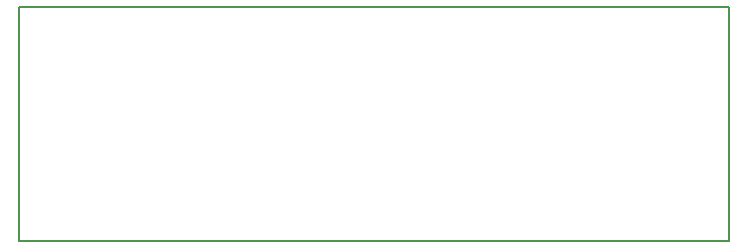
<source format=gko>
G04 Layer_Color=16711935*
%FSLAX43Y43*%
%MOMM*%
G71*
G01*
G75*
%ADD21C,0.200*%
D21*
X25500Y79250D02*
X85625D01*
X25500D02*
Y99050D01*
X85625D01*
Y98825D02*
Y99050D01*
Y79250D02*
Y98825D01*
M02*

</source>
